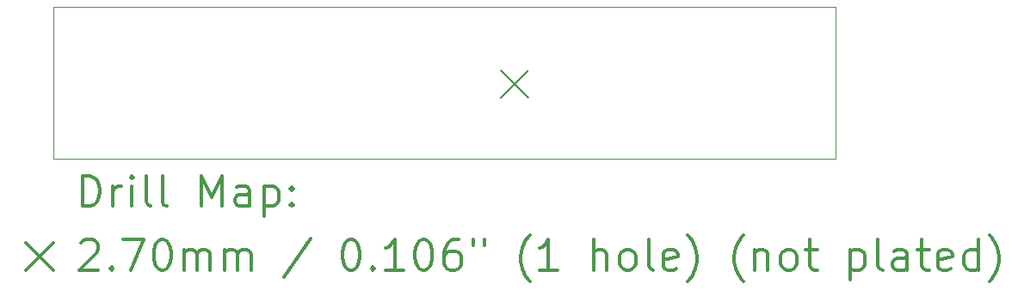
<source format=gbr>
%FSLAX45Y45*%
G04 Gerber Fmt 4.5, Leading zero omitted, Abs format (unit mm)*
G04 Created by KiCad (PCBNEW 5.1.8-5.1.8) date 2022-10-01 18:22:28*
%MOMM*%
%LPD*%
G01*
G04 APERTURE LIST*
%TA.AperFunction,Profile*%
%ADD10C,0.050000*%
%TD*%
%ADD11C,0.200000*%
%ADD12C,0.300000*%
G04 APERTURE END LIST*
D10*
X8191500Y-10896600D02*
X8191500Y-9398000D01*
X15887700Y-10896600D02*
X8191500Y-10896600D01*
X15887700Y-9398000D02*
X15887700Y-10896600D01*
X8191500Y-9398000D02*
X15887700Y-9398000D01*
D11*
X12590400Y-10025000D02*
X12860400Y-10295000D01*
X12860400Y-10025000D02*
X12590400Y-10295000D01*
D12*
X8475428Y-11364814D02*
X8475428Y-11064814D01*
X8546857Y-11064814D01*
X8589714Y-11079100D01*
X8618286Y-11107672D01*
X8632571Y-11136243D01*
X8646857Y-11193386D01*
X8646857Y-11236243D01*
X8632571Y-11293386D01*
X8618286Y-11321957D01*
X8589714Y-11350529D01*
X8546857Y-11364814D01*
X8475428Y-11364814D01*
X8775428Y-11364814D02*
X8775428Y-11164814D01*
X8775428Y-11221957D02*
X8789714Y-11193386D01*
X8804000Y-11179100D01*
X8832571Y-11164814D01*
X8861143Y-11164814D01*
X8961143Y-11364814D02*
X8961143Y-11164814D01*
X8961143Y-11064814D02*
X8946857Y-11079100D01*
X8961143Y-11093386D01*
X8975428Y-11079100D01*
X8961143Y-11064814D01*
X8961143Y-11093386D01*
X9146857Y-11364814D02*
X9118286Y-11350529D01*
X9104000Y-11321957D01*
X9104000Y-11064814D01*
X9304000Y-11364814D02*
X9275428Y-11350529D01*
X9261143Y-11321957D01*
X9261143Y-11064814D01*
X9646857Y-11364814D02*
X9646857Y-11064814D01*
X9746857Y-11279100D01*
X9846857Y-11064814D01*
X9846857Y-11364814D01*
X10118286Y-11364814D02*
X10118286Y-11207671D01*
X10104000Y-11179100D01*
X10075428Y-11164814D01*
X10018286Y-11164814D01*
X9989714Y-11179100D01*
X10118286Y-11350529D02*
X10089714Y-11364814D01*
X10018286Y-11364814D01*
X9989714Y-11350529D01*
X9975428Y-11321957D01*
X9975428Y-11293386D01*
X9989714Y-11264814D01*
X10018286Y-11250529D01*
X10089714Y-11250529D01*
X10118286Y-11236243D01*
X10261143Y-11164814D02*
X10261143Y-11464814D01*
X10261143Y-11179100D02*
X10289714Y-11164814D01*
X10346857Y-11164814D01*
X10375428Y-11179100D01*
X10389714Y-11193386D01*
X10404000Y-11221957D01*
X10404000Y-11307671D01*
X10389714Y-11336243D01*
X10375428Y-11350529D01*
X10346857Y-11364814D01*
X10289714Y-11364814D01*
X10261143Y-11350529D01*
X10532571Y-11336243D02*
X10546857Y-11350529D01*
X10532571Y-11364814D01*
X10518286Y-11350529D01*
X10532571Y-11336243D01*
X10532571Y-11364814D01*
X10532571Y-11179100D02*
X10546857Y-11193386D01*
X10532571Y-11207671D01*
X10518286Y-11193386D01*
X10532571Y-11179100D01*
X10532571Y-11207671D01*
X7919000Y-11724100D02*
X8189000Y-11994100D01*
X8189000Y-11724100D02*
X7919000Y-11994100D01*
X8461143Y-11723386D02*
X8475428Y-11709100D01*
X8504000Y-11694814D01*
X8575428Y-11694814D01*
X8604000Y-11709100D01*
X8618286Y-11723386D01*
X8632571Y-11751957D01*
X8632571Y-11780529D01*
X8618286Y-11823386D01*
X8446857Y-11994814D01*
X8632571Y-11994814D01*
X8761143Y-11966243D02*
X8775428Y-11980529D01*
X8761143Y-11994814D01*
X8746857Y-11980529D01*
X8761143Y-11966243D01*
X8761143Y-11994814D01*
X8875428Y-11694814D02*
X9075428Y-11694814D01*
X8946857Y-11994814D01*
X9246857Y-11694814D02*
X9275428Y-11694814D01*
X9304000Y-11709100D01*
X9318286Y-11723386D01*
X9332571Y-11751957D01*
X9346857Y-11809100D01*
X9346857Y-11880529D01*
X9332571Y-11937671D01*
X9318286Y-11966243D01*
X9304000Y-11980529D01*
X9275428Y-11994814D01*
X9246857Y-11994814D01*
X9218286Y-11980529D01*
X9204000Y-11966243D01*
X9189714Y-11937671D01*
X9175428Y-11880529D01*
X9175428Y-11809100D01*
X9189714Y-11751957D01*
X9204000Y-11723386D01*
X9218286Y-11709100D01*
X9246857Y-11694814D01*
X9475428Y-11994814D02*
X9475428Y-11794814D01*
X9475428Y-11823386D02*
X9489714Y-11809100D01*
X9518286Y-11794814D01*
X9561143Y-11794814D01*
X9589714Y-11809100D01*
X9604000Y-11837671D01*
X9604000Y-11994814D01*
X9604000Y-11837671D02*
X9618286Y-11809100D01*
X9646857Y-11794814D01*
X9689714Y-11794814D01*
X9718286Y-11809100D01*
X9732571Y-11837671D01*
X9732571Y-11994814D01*
X9875428Y-11994814D02*
X9875428Y-11794814D01*
X9875428Y-11823386D02*
X9889714Y-11809100D01*
X9918286Y-11794814D01*
X9961143Y-11794814D01*
X9989714Y-11809100D01*
X10004000Y-11837671D01*
X10004000Y-11994814D01*
X10004000Y-11837671D02*
X10018286Y-11809100D01*
X10046857Y-11794814D01*
X10089714Y-11794814D01*
X10118286Y-11809100D01*
X10132571Y-11837671D01*
X10132571Y-11994814D01*
X10718286Y-11680529D02*
X10461143Y-12066243D01*
X11104000Y-11694814D02*
X11132571Y-11694814D01*
X11161143Y-11709100D01*
X11175428Y-11723386D01*
X11189714Y-11751957D01*
X11204000Y-11809100D01*
X11204000Y-11880529D01*
X11189714Y-11937671D01*
X11175428Y-11966243D01*
X11161143Y-11980529D01*
X11132571Y-11994814D01*
X11104000Y-11994814D01*
X11075428Y-11980529D01*
X11061143Y-11966243D01*
X11046857Y-11937671D01*
X11032571Y-11880529D01*
X11032571Y-11809100D01*
X11046857Y-11751957D01*
X11061143Y-11723386D01*
X11075428Y-11709100D01*
X11104000Y-11694814D01*
X11332571Y-11966243D02*
X11346857Y-11980529D01*
X11332571Y-11994814D01*
X11318286Y-11980529D01*
X11332571Y-11966243D01*
X11332571Y-11994814D01*
X11632571Y-11994814D02*
X11461143Y-11994814D01*
X11546857Y-11994814D02*
X11546857Y-11694814D01*
X11518286Y-11737671D01*
X11489714Y-11766243D01*
X11461143Y-11780529D01*
X11818286Y-11694814D02*
X11846857Y-11694814D01*
X11875428Y-11709100D01*
X11889714Y-11723386D01*
X11904000Y-11751957D01*
X11918286Y-11809100D01*
X11918286Y-11880529D01*
X11904000Y-11937671D01*
X11889714Y-11966243D01*
X11875428Y-11980529D01*
X11846857Y-11994814D01*
X11818286Y-11994814D01*
X11789714Y-11980529D01*
X11775428Y-11966243D01*
X11761143Y-11937671D01*
X11746857Y-11880529D01*
X11746857Y-11809100D01*
X11761143Y-11751957D01*
X11775428Y-11723386D01*
X11789714Y-11709100D01*
X11818286Y-11694814D01*
X12175428Y-11694814D02*
X12118286Y-11694814D01*
X12089714Y-11709100D01*
X12075428Y-11723386D01*
X12046857Y-11766243D01*
X12032571Y-11823386D01*
X12032571Y-11937671D01*
X12046857Y-11966243D01*
X12061143Y-11980529D01*
X12089714Y-11994814D01*
X12146857Y-11994814D01*
X12175428Y-11980529D01*
X12189714Y-11966243D01*
X12204000Y-11937671D01*
X12204000Y-11866243D01*
X12189714Y-11837671D01*
X12175428Y-11823386D01*
X12146857Y-11809100D01*
X12089714Y-11809100D01*
X12061143Y-11823386D01*
X12046857Y-11837671D01*
X12032571Y-11866243D01*
X12318286Y-11694814D02*
X12318286Y-11751957D01*
X12432571Y-11694814D02*
X12432571Y-11751957D01*
X12875428Y-12109100D02*
X12861143Y-12094814D01*
X12832571Y-12051957D01*
X12818286Y-12023386D01*
X12804000Y-11980529D01*
X12789714Y-11909100D01*
X12789714Y-11851957D01*
X12804000Y-11780529D01*
X12818286Y-11737671D01*
X12832571Y-11709100D01*
X12861143Y-11666243D01*
X12875428Y-11651957D01*
X13146857Y-11994814D02*
X12975428Y-11994814D01*
X13061143Y-11994814D02*
X13061143Y-11694814D01*
X13032571Y-11737671D01*
X13004000Y-11766243D01*
X12975428Y-11780529D01*
X13504000Y-11994814D02*
X13504000Y-11694814D01*
X13632571Y-11994814D02*
X13632571Y-11837671D01*
X13618286Y-11809100D01*
X13589714Y-11794814D01*
X13546857Y-11794814D01*
X13518286Y-11809100D01*
X13504000Y-11823386D01*
X13818286Y-11994814D02*
X13789714Y-11980529D01*
X13775428Y-11966243D01*
X13761143Y-11937671D01*
X13761143Y-11851957D01*
X13775428Y-11823386D01*
X13789714Y-11809100D01*
X13818286Y-11794814D01*
X13861143Y-11794814D01*
X13889714Y-11809100D01*
X13904000Y-11823386D01*
X13918286Y-11851957D01*
X13918286Y-11937671D01*
X13904000Y-11966243D01*
X13889714Y-11980529D01*
X13861143Y-11994814D01*
X13818286Y-11994814D01*
X14089714Y-11994814D02*
X14061143Y-11980529D01*
X14046857Y-11951957D01*
X14046857Y-11694814D01*
X14318286Y-11980529D02*
X14289714Y-11994814D01*
X14232571Y-11994814D01*
X14204000Y-11980529D01*
X14189714Y-11951957D01*
X14189714Y-11837671D01*
X14204000Y-11809100D01*
X14232571Y-11794814D01*
X14289714Y-11794814D01*
X14318286Y-11809100D01*
X14332571Y-11837671D01*
X14332571Y-11866243D01*
X14189714Y-11894814D01*
X14432571Y-12109100D02*
X14446857Y-12094814D01*
X14475428Y-12051957D01*
X14489714Y-12023386D01*
X14504000Y-11980529D01*
X14518286Y-11909100D01*
X14518286Y-11851957D01*
X14504000Y-11780529D01*
X14489714Y-11737671D01*
X14475428Y-11709100D01*
X14446857Y-11666243D01*
X14432571Y-11651957D01*
X14975428Y-12109100D02*
X14961143Y-12094814D01*
X14932571Y-12051957D01*
X14918286Y-12023386D01*
X14904000Y-11980529D01*
X14889714Y-11909100D01*
X14889714Y-11851957D01*
X14904000Y-11780529D01*
X14918286Y-11737671D01*
X14932571Y-11709100D01*
X14961143Y-11666243D01*
X14975428Y-11651957D01*
X15089714Y-11794814D02*
X15089714Y-11994814D01*
X15089714Y-11823386D02*
X15104000Y-11809100D01*
X15132571Y-11794814D01*
X15175428Y-11794814D01*
X15204000Y-11809100D01*
X15218286Y-11837671D01*
X15218286Y-11994814D01*
X15404000Y-11994814D02*
X15375428Y-11980529D01*
X15361143Y-11966243D01*
X15346857Y-11937671D01*
X15346857Y-11851957D01*
X15361143Y-11823386D01*
X15375428Y-11809100D01*
X15404000Y-11794814D01*
X15446857Y-11794814D01*
X15475428Y-11809100D01*
X15489714Y-11823386D01*
X15504000Y-11851957D01*
X15504000Y-11937671D01*
X15489714Y-11966243D01*
X15475428Y-11980529D01*
X15446857Y-11994814D01*
X15404000Y-11994814D01*
X15589714Y-11794814D02*
X15704000Y-11794814D01*
X15632571Y-11694814D02*
X15632571Y-11951957D01*
X15646857Y-11980529D01*
X15675428Y-11994814D01*
X15704000Y-11994814D01*
X16032571Y-11794814D02*
X16032571Y-12094814D01*
X16032571Y-11809100D02*
X16061143Y-11794814D01*
X16118286Y-11794814D01*
X16146857Y-11809100D01*
X16161143Y-11823386D01*
X16175428Y-11851957D01*
X16175428Y-11937671D01*
X16161143Y-11966243D01*
X16146857Y-11980529D01*
X16118286Y-11994814D01*
X16061143Y-11994814D01*
X16032571Y-11980529D01*
X16346857Y-11994814D02*
X16318286Y-11980529D01*
X16304000Y-11951957D01*
X16304000Y-11694814D01*
X16589714Y-11994814D02*
X16589714Y-11837671D01*
X16575428Y-11809100D01*
X16546857Y-11794814D01*
X16489714Y-11794814D01*
X16461143Y-11809100D01*
X16589714Y-11980529D02*
X16561143Y-11994814D01*
X16489714Y-11994814D01*
X16461143Y-11980529D01*
X16446857Y-11951957D01*
X16446857Y-11923386D01*
X16461143Y-11894814D01*
X16489714Y-11880529D01*
X16561143Y-11880529D01*
X16589714Y-11866243D01*
X16689714Y-11794814D02*
X16804000Y-11794814D01*
X16732571Y-11694814D02*
X16732571Y-11951957D01*
X16746857Y-11980529D01*
X16775428Y-11994814D01*
X16804000Y-11994814D01*
X17018286Y-11980529D02*
X16989714Y-11994814D01*
X16932571Y-11994814D01*
X16904000Y-11980529D01*
X16889714Y-11951957D01*
X16889714Y-11837671D01*
X16904000Y-11809100D01*
X16932571Y-11794814D01*
X16989714Y-11794814D01*
X17018286Y-11809100D01*
X17032571Y-11837671D01*
X17032571Y-11866243D01*
X16889714Y-11894814D01*
X17289714Y-11994814D02*
X17289714Y-11694814D01*
X17289714Y-11980529D02*
X17261143Y-11994814D01*
X17204000Y-11994814D01*
X17175428Y-11980529D01*
X17161143Y-11966243D01*
X17146857Y-11937671D01*
X17146857Y-11851957D01*
X17161143Y-11823386D01*
X17175428Y-11809100D01*
X17204000Y-11794814D01*
X17261143Y-11794814D01*
X17289714Y-11809100D01*
X17404000Y-12109100D02*
X17418286Y-12094814D01*
X17446857Y-12051957D01*
X17461143Y-12023386D01*
X17475428Y-11980529D01*
X17489714Y-11909100D01*
X17489714Y-11851957D01*
X17475428Y-11780529D01*
X17461143Y-11737671D01*
X17446857Y-11709100D01*
X17418286Y-11666243D01*
X17404000Y-11651957D01*
M02*

</source>
